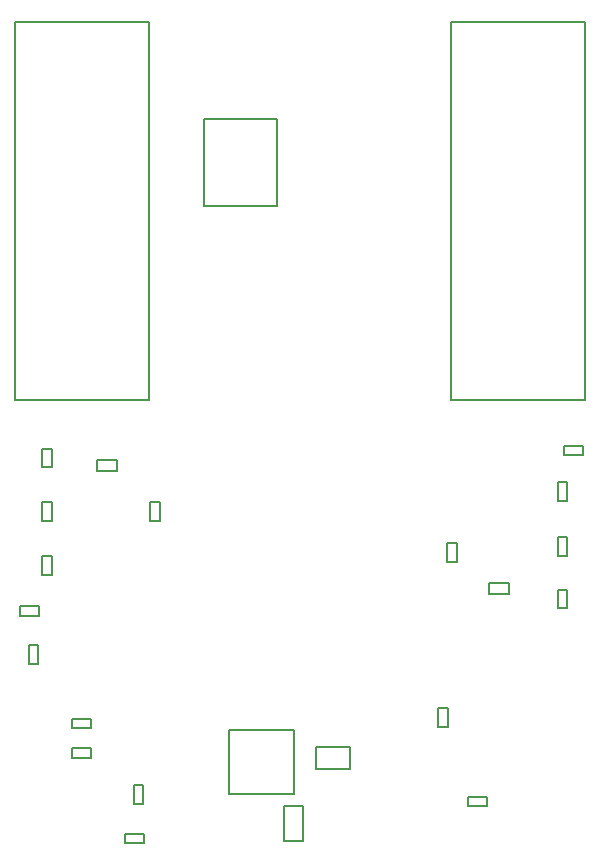
<source format=gbr>
G04*
G04 #@! TF.GenerationSoftware,Altium Limited,Altium Designer,24.6.1 (21)*
G04*
G04 Layer_Color=8388736*
%FSLAX25Y25*%
%MOIN*%
G70*
G04*
G04 #@! TF.SameCoordinates,3E969972-8C0A-4DBC-9D31-E8772DB7AAD8*
G04*
G04*
G04 #@! TF.FilePolarity,Positive*
G04*
G01*
G75*
%ADD11C,0.00787*%
D11*
X370070Y241817D02*
Y248904D01*
X358652D02*
X370070D01*
X358652Y241817D02*
Y248904D01*
Y241817D02*
X370070D01*
X329754Y254697D02*
X351148D01*
Y233303D02*
Y254697D01*
X329754Y233303D02*
X351148D01*
X329754D02*
Y254697D01*
X294850Y216925D02*
X301150D01*
X294850D02*
Y220075D01*
X301150D01*
Y216925D02*
Y220075D01*
X297925Y230007D02*
Y236307D01*
X301075D01*
Y230007D02*
Y236307D01*
X297925Y230007D02*
X301075D01*
X354153Y217791D02*
Y229209D01*
X347854D02*
X354153D01*
X347854Y217791D02*
X347854Y229209D01*
X347854Y217791D02*
X354153D01*
X283650Y255272D02*
Y258421D01*
X277350D02*
X283650D01*
X277350Y255272D02*
Y258421D01*
Y255272D02*
X283650D01*
X416153Y303815D02*
X422847D01*
Y299878D02*
Y303815D01*
X416153Y299878D02*
X422847D01*
X416153D02*
Y303815D01*
X283650Y245425D02*
Y248575D01*
X277350D02*
X283650D01*
X277350Y245425D02*
Y248575D01*
Y245425D02*
X283650D01*
X262925Y276697D02*
X262925Y282996D01*
X266075Y282996D01*
X266075Y276697D02*
X266075Y282996D01*
X262925Y276697D02*
X266075Y276697D01*
X399425Y255540D02*
Y261839D01*
X402575D01*
Y255540D02*
Y261839D01*
X399425Y255540D02*
X402575D01*
X285653Y340878D02*
X292347D01*
X285653D02*
Y344815D01*
X292347Y344815D01*
Y340878D02*
Y344815D01*
X259850Y292772D02*
X266150D01*
X259850D02*
Y295921D01*
X266150D01*
Y292772D02*
Y295921D01*
X441350Y349421D02*
X447650D01*
Y346272D02*
Y349421D01*
X441350Y346272D02*
X447650D01*
X441350D02*
Y349421D01*
X448255Y364686D02*
Y490670D01*
X403767Y364686D02*
X448255D01*
X403767D02*
Y490670D01*
X448255D01*
X409350Y232421D02*
X415650D01*
Y229272D02*
Y232421D01*
X409350Y229272D02*
X415650D01*
X409350D02*
Y232421D01*
X321201Y429396D02*
Y458297D01*
X345799D01*
Y429396D02*
Y458297D01*
X321201Y429396D02*
X345799D01*
X302955Y364686D02*
Y490670D01*
X258467Y364686D02*
X302955Y364686D01*
X258467Y364686D02*
Y490670D01*
X302955D01*
X306575Y324372D02*
Y330671D01*
X303425Y324372D02*
X306575D01*
X303425D02*
Y330671D01*
X306575D01*
X402425Y310540D02*
Y316839D01*
X405575D01*
Y310540D02*
Y316839D01*
X402425Y310540D02*
X405575D01*
X267425Y342197D02*
Y348496D01*
X270575D01*
Y342197D02*
Y348496D01*
X267425Y342197D02*
X270575D01*
Y324372D02*
Y330671D01*
X267425Y324372D02*
X270575D01*
X267425D02*
Y330671D01*
X270575D01*
X267425Y306372D02*
Y312671D01*
X270575D01*
Y306372D02*
Y312671D01*
X267425Y306372D02*
X270575D01*
X442330Y330985D02*
Y337284D01*
X439180Y330985D02*
X442330Y330985D01*
X439180Y337284D02*
X439180Y330985D01*
X439180Y337284D02*
X442330Y337284D01*
X442330Y295171D02*
Y301470D01*
X439180Y295171D02*
X442330D01*
X439180D02*
Y301470D01*
X442330Y301470D01*
X439180Y312828D02*
Y319127D01*
X442330D01*
Y312828D02*
Y319127D01*
X439180Y312828D02*
X442330Y312828D01*
M02*

</source>
